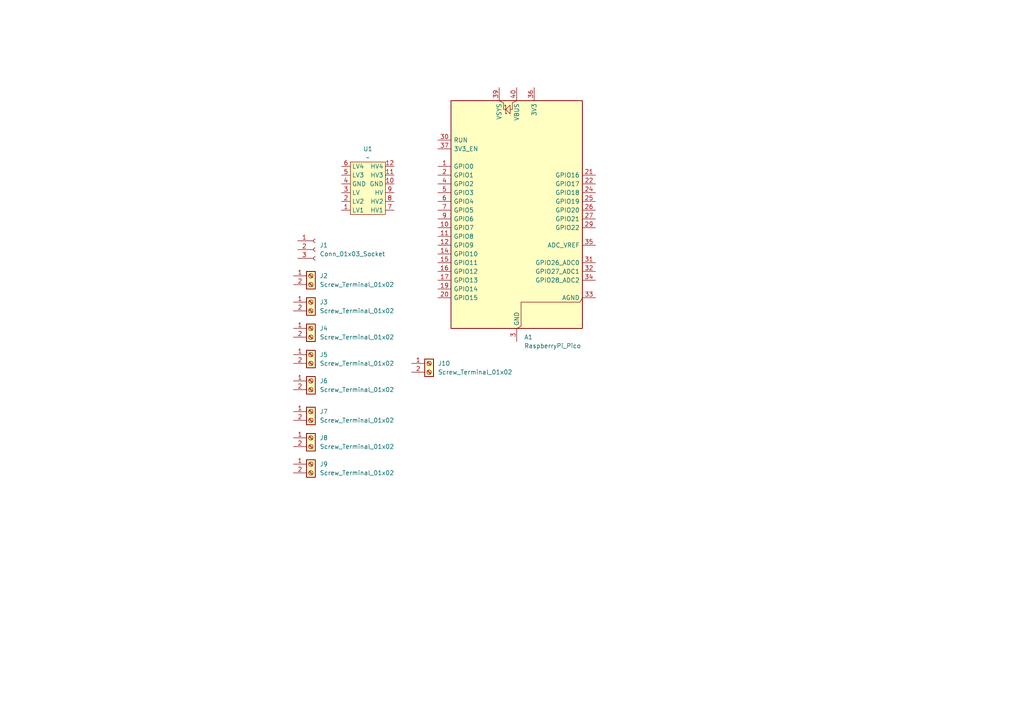
<source format=kicad_sch>
(kicad_sch
	(version 20250114)
	(generator "eeschema")
	(generator_version "9.0")
	(uuid "00fbb397-187f-478c-8d5a-2c59a7097aab")
	(paper "A4")
	(lib_symbols
		(symbol "Connector:Conn_01x03_Socket"
			(pin_names
				(offset 1.016)
				(hide yes)
			)
			(exclude_from_sim no)
			(in_bom yes)
			(on_board yes)
			(property "Reference" "J"
				(at 0 5.08 0)
				(effects
					(font
						(size 1.27 1.27)
					)
				)
			)
			(property "Value" "Conn_01x03_Socket"
				(at 0 -5.08 0)
				(effects
					(font
						(size 1.27 1.27)
					)
				)
			)
			(property "Footprint" ""
				(at 0 0 0)
				(effects
					(font
						(size 1.27 1.27)
					)
					(hide yes)
				)
			)
			(property "Datasheet" "~"
				(at 0 0 0)
				(effects
					(font
						(size 1.27 1.27)
					)
					(hide yes)
				)
			)
			(property "Description" "Generic connector, single row, 01x03, script generated"
				(at 0 0 0)
				(effects
					(font
						(size 1.27 1.27)
					)
					(hide yes)
				)
			)
			(property "ki_locked" ""
				(at 0 0 0)
				(effects
					(font
						(size 1.27 1.27)
					)
				)
			)
			(property "ki_keywords" "connector"
				(at 0 0 0)
				(effects
					(font
						(size 1.27 1.27)
					)
					(hide yes)
				)
			)
			(property "ki_fp_filters" "Connector*:*_1x??_*"
				(at 0 0 0)
				(effects
					(font
						(size 1.27 1.27)
					)
					(hide yes)
				)
			)
			(symbol "Conn_01x03_Socket_1_1"
				(polyline
					(pts
						(xy -1.27 2.54) (xy -0.508 2.54)
					)
					(stroke
						(width 0.1524)
						(type default)
					)
					(fill
						(type none)
					)
				)
				(polyline
					(pts
						(xy -1.27 0) (xy -0.508 0)
					)
					(stroke
						(width 0.1524)
						(type default)
					)
					(fill
						(type none)
					)
				)
				(polyline
					(pts
						(xy -1.27 -2.54) (xy -0.508 -2.54)
					)
					(stroke
						(width 0.1524)
						(type default)
					)
					(fill
						(type none)
					)
				)
				(arc
					(start 0 2.032)
					(mid -0.5058 2.54)
					(end 0 3.048)
					(stroke
						(width 0.1524)
						(type default)
					)
					(fill
						(type none)
					)
				)
				(arc
					(start 0 -0.508)
					(mid -0.5058 0)
					(end 0 0.508)
					(stroke
						(width 0.1524)
						(type default)
					)
					(fill
						(type none)
					)
				)
				(arc
					(start 0 -3.048)
					(mid -0.5058 -2.54)
					(end 0 -2.032)
					(stroke
						(width 0.1524)
						(type default)
					)
					(fill
						(type none)
					)
				)
				(pin passive line
					(at -5.08 2.54 0)
					(length 3.81)
					(name "Pin_1"
						(effects
							(font
								(size 1.27 1.27)
							)
						)
					)
					(number "1"
						(effects
							(font
								(size 1.27 1.27)
							)
						)
					)
				)
				(pin passive line
					(at -5.08 0 0)
					(length 3.81)
					(name "Pin_2"
						(effects
							(font
								(size 1.27 1.27)
							)
						)
					)
					(number "2"
						(effects
							(font
								(size 1.27 1.27)
							)
						)
					)
				)
				(pin passive line
					(at -5.08 -2.54 0)
					(length 3.81)
					(name "Pin_3"
						(effects
							(font
								(size 1.27 1.27)
							)
						)
					)
					(number "3"
						(effects
							(font
								(size 1.27 1.27)
							)
						)
					)
				)
			)
			(embedded_fonts no)
		)
		(symbol "Connector:Screw_Terminal_01x02"
			(pin_names
				(offset 1.016)
				(hide yes)
			)
			(exclude_from_sim no)
			(in_bom yes)
			(on_board yes)
			(property "Reference" "J"
				(at 0 2.54 0)
				(effects
					(font
						(size 1.27 1.27)
					)
				)
			)
			(property "Value" "Screw_Terminal_01x02"
				(at 0 -5.08 0)
				(effects
					(font
						(size 1.27 1.27)
					)
				)
			)
			(property "Footprint" ""
				(at 0 0 0)
				(effects
					(font
						(size 1.27 1.27)
					)
					(hide yes)
				)
			)
			(property "Datasheet" "~"
				(at 0 0 0)
				(effects
					(font
						(size 1.27 1.27)
					)
					(hide yes)
				)
			)
			(property "Description" "Generic screw terminal, single row, 01x02, script generated (kicad-library-utils/schlib/autogen/connector/)"
				(at 0 0 0)
				(effects
					(font
						(size 1.27 1.27)
					)
					(hide yes)
				)
			)
			(property "ki_keywords" "screw terminal"
				(at 0 0 0)
				(effects
					(font
						(size 1.27 1.27)
					)
					(hide yes)
				)
			)
			(property "ki_fp_filters" "TerminalBlock*:*"
				(at 0 0 0)
				(effects
					(font
						(size 1.27 1.27)
					)
					(hide yes)
				)
			)
			(symbol "Screw_Terminal_01x02_1_1"
				(rectangle
					(start -1.27 1.27)
					(end 1.27 -3.81)
					(stroke
						(width 0.254)
						(type default)
					)
					(fill
						(type background)
					)
				)
				(polyline
					(pts
						(xy -0.5334 0.3302) (xy 0.3302 -0.508)
					)
					(stroke
						(width 0.1524)
						(type default)
					)
					(fill
						(type none)
					)
				)
				(polyline
					(pts
						(xy -0.5334 -2.2098) (xy 0.3302 -3.048)
					)
					(stroke
						(width 0.1524)
						(type default)
					)
					(fill
						(type none)
					)
				)
				(polyline
					(pts
						(xy -0.3556 0.508) (xy 0.508 -0.3302)
					)
					(stroke
						(width 0.1524)
						(type default)
					)
					(fill
						(type none)
					)
				)
				(polyline
					(pts
						(xy -0.3556 -2.032) (xy 0.508 -2.8702)
					)
					(stroke
						(width 0.1524)
						(type default)
					)
					(fill
						(type none)
					)
				)
				(circle
					(center 0 0)
					(radius 0.635)
					(stroke
						(width 0.1524)
						(type default)
					)
					(fill
						(type none)
					)
				)
				(circle
					(center 0 -2.54)
					(radius 0.635)
					(stroke
						(width 0.1524)
						(type default)
					)
					(fill
						(type none)
					)
				)
				(pin passive line
					(at -5.08 0 0)
					(length 3.81)
					(name "Pin_1"
						(effects
							(font
								(size 1.27 1.27)
							)
						)
					)
					(number "1"
						(effects
							(font
								(size 1.27 1.27)
							)
						)
					)
				)
				(pin passive line
					(at -5.08 -2.54 0)
					(length 3.81)
					(name "Pin_2"
						(effects
							(font
								(size 1.27 1.27)
							)
						)
					)
					(number "2"
						(effects
							(font
								(size 1.27 1.27)
							)
						)
					)
				)
			)
			(embedded_fonts no)
		)
		(symbol "Custom_Symbol_Library:Logic_Shifter"
			(exclude_from_sim no)
			(in_bom yes)
			(on_board yes)
			(property "Reference" "U"
				(at -7.62 14.986 0)
				(effects
					(font
						(size 1.27 1.27)
					)
				)
			)
			(property "Value" ""
				(at 0 0 0)
				(effects
					(font
						(size 1.27 1.27)
					)
				)
			)
			(property "Footprint" ""
				(at 0 0 0)
				(effects
					(font
						(size 1.27 1.27)
					)
					(hide yes)
				)
			)
			(property "Datasheet" ""
				(at 0 0 0)
				(effects
					(font
						(size 1.27 1.27)
					)
					(hide yes)
				)
			)
			(property "Description" ""
				(at 0 0 0)
				(effects
					(font
						(size 1.27 1.27)
					)
					(hide yes)
				)
			)
			(symbol "Logic_Shifter_0_0"
				(pin unspecified line
					(at -15.24 12.7 0)
					(length 2.54)
					(name "LV4"
						(effects
							(font
								(size 1.27 1.27)
							)
						)
					)
					(number "6"
						(effects
							(font
								(size 1.27 1.27)
							)
						)
					)
				)
				(pin unspecified line
					(at -15.24 10.16 0)
					(length 2.54)
					(name "LV3"
						(effects
							(font
								(size 1.27 1.27)
							)
						)
					)
					(number "5"
						(effects
							(font
								(size 1.27 1.27)
							)
						)
					)
				)
				(pin unspecified line
					(at -15.24 7.62 0)
					(length 2.54)
					(name "GND"
						(effects
							(font
								(size 1.27 1.27)
							)
						)
					)
					(number "4"
						(effects
							(font
								(size 1.27 1.27)
							)
						)
					)
				)
				(pin unspecified line
					(at -15.24 5.08 0)
					(length 2.54)
					(name "LV"
						(effects
							(font
								(size 1.27 1.27)
							)
						)
					)
					(number "3"
						(effects
							(font
								(size 1.27 1.27)
							)
						)
					)
				)
				(pin unspecified line
					(at -15.24 2.54 0)
					(length 2.54)
					(name "LV2"
						(effects
							(font
								(size 1.27 1.27)
							)
						)
					)
					(number "2"
						(effects
							(font
								(size 1.27 1.27)
							)
						)
					)
				)
				(pin unspecified line
					(at -15.24 0 0)
					(length 2.54)
					(name "LV1"
						(effects
							(font
								(size 1.27 1.27)
							)
						)
					)
					(number "1"
						(effects
							(font
								(size 1.27 1.27)
							)
						)
					)
				)
				(pin unspecified line
					(at 0 12.7 180)
					(length 2.54)
					(name "HV4"
						(effects
							(font
								(size 1.27 1.27)
							)
						)
					)
					(number "12"
						(effects
							(font
								(size 1.27 1.27)
							)
						)
					)
				)
				(pin unspecified line
					(at 0 10.16 180)
					(length 2.54)
					(name "HV3"
						(effects
							(font
								(size 1.27 1.27)
							)
						)
					)
					(number "11"
						(effects
							(font
								(size 1.27 1.27)
							)
						)
					)
				)
				(pin unspecified line
					(at 0 7.62 180)
					(length 2.54)
					(name "GND"
						(effects
							(font
								(size 1.27 1.27)
							)
						)
					)
					(number "10"
						(effects
							(font
								(size 1.27 1.27)
							)
						)
					)
				)
				(pin unspecified line
					(at 0 5.08 180)
					(length 2.54)
					(name "HV"
						(effects
							(font
								(size 1.27 1.27)
							)
						)
					)
					(number "9"
						(effects
							(font
								(size 1.27 1.27)
							)
						)
					)
				)
				(pin unspecified line
					(at 0 2.54 180)
					(length 2.54)
					(name "HV2"
						(effects
							(font
								(size 1.27 1.27)
							)
						)
					)
					(number "8"
						(effects
							(font
								(size 1.27 1.27)
							)
						)
					)
				)
				(pin unspecified line
					(at 0 0 180)
					(length 2.54)
					(name "HV1"
						(effects
							(font
								(size 1.27 1.27)
							)
						)
					)
					(number "7"
						(effects
							(font
								(size 1.27 1.27)
							)
						)
					)
				)
			)
			(symbol "Logic_Shifter_0_1"
				(rectangle
					(start -12.7 13.97)
					(end -2.54 -1.27)
					(stroke
						(width 0)
						(type default)
					)
					(fill
						(type background)
					)
				)
			)
			(embedded_fonts no)
		)
		(symbol "MCU_Module:RaspberryPi_Pico"
			(pin_names
				(offset 0.762)
			)
			(exclude_from_sim no)
			(in_bom yes)
			(on_board yes)
			(property "Reference" "A"
				(at -19.05 35.56 0)
				(effects
					(font
						(size 1.27 1.27)
					)
					(justify left)
				)
			)
			(property "Value" "RaspberryPi_Pico"
				(at 7.62 35.56 0)
				(effects
					(font
						(size 1.27 1.27)
					)
					(justify left)
				)
			)
			(property "Footprint" "Module:RaspberryPi_Pico_Common_Unspecified"
				(at 0 -46.99 0)
				(effects
					(font
						(size 1.27 1.27)
					)
					(hide yes)
				)
			)
			(property "Datasheet" "https://datasheets.raspberrypi.com/pico/pico-datasheet.pdf"
				(at 0 -49.53 0)
				(effects
					(font
						(size 1.27 1.27)
					)
					(hide yes)
				)
			)
			(property "Description" "Versatile and inexpensive microcontroller module powered by RP2040 dual-core Arm Cortex-M0+ processor up to 133 MHz, 264kB SRAM, 2MB QSPI flash; also supports Raspberry Pi Pico 2"
				(at 0 -52.07 0)
				(effects
					(font
						(size 1.27 1.27)
					)
					(hide yes)
				)
			)
			(property "ki_keywords" "RP2350A M33 RISC-V Hazard3 usb"
				(at 0 0 0)
				(effects
					(font
						(size 1.27 1.27)
					)
					(hide yes)
				)
			)
			(property "ki_fp_filters" "RaspberryPi?Pico?Common* RaspberryPi?Pico?SMD*"
				(at 0 0 0)
				(effects
					(font
						(size 1.27 1.27)
					)
					(hide yes)
				)
			)
			(symbol "RaspberryPi_Pico_0_1"
				(rectangle
					(start -19.05 34.29)
					(end 19.05 -31.75)
					(stroke
						(width 0.254)
						(type default)
					)
					(fill
						(type background)
					)
				)
				(polyline
					(pts
						(xy -5.08 34.29) (xy -3.81 33.655) (xy -3.81 31.75) (xy -3.175 31.75)
					)
					(stroke
						(width 0)
						(type default)
					)
					(fill
						(type none)
					)
				)
				(polyline
					(pts
						(xy -3.429 32.766) (xy -3.429 33.02) (xy -3.175 33.02) (xy -3.175 30.48) (xy -2.921 30.48) (xy -2.921 30.734)
					)
					(stroke
						(width 0)
						(type default)
					)
					(fill
						(type none)
					)
				)
				(polyline
					(pts
						(xy -3.175 31.75) (xy -1.905 33.02) (xy -1.905 30.48) (xy -3.175 31.75)
					)
					(stroke
						(width 0)
						(type default)
					)
					(fill
						(type none)
					)
				)
				(polyline
					(pts
						(xy 0 34.29) (xy -1.27 33.655) (xy -1.27 31.75) (xy -1.905 31.75)
					)
					(stroke
						(width 0)
						(type default)
					)
					(fill
						(type none)
					)
				)
				(polyline
					(pts
						(xy 0 -31.75) (xy 1.27 -31.115) (xy 1.27 -24.13) (xy 18.415 -24.13) (xy 19.05 -22.86)
					)
					(stroke
						(width 0)
						(type default)
					)
					(fill
						(type none)
					)
				)
			)
			(symbol "RaspberryPi_Pico_1_1"
				(pin passive line
					(at -22.86 22.86 0)
					(length 3.81)
					(name "RUN"
						(effects
							(font
								(size 1.27 1.27)
							)
						)
					)
					(number "30"
						(effects
							(font
								(size 1.27 1.27)
							)
						)
					)
					(alternate "~{RESET}" passive line)
				)
				(pin passive line
					(at -22.86 20.32 0)
					(length 3.81)
					(name "3V3_EN"
						(effects
							(font
								(size 1.27 1.27)
							)
						)
					)
					(number "37"
						(effects
							(font
								(size 1.27 1.27)
							)
						)
					)
					(alternate "~{3V3_DISABLE}" passive line)
				)
				(pin bidirectional line
					(at -22.86 15.24 0)
					(length 3.81)
					(name "GPIO0"
						(effects
							(font
								(size 1.27 1.27)
							)
						)
					)
					(number "1"
						(effects
							(font
								(size 1.27 1.27)
							)
						)
					)
					(alternate "I2C0_SDA" bidirectional line)
					(alternate "PWM0_A" output line)
					(alternate "SPI0_RX" input line)
					(alternate "UART0_TX" output line)
					(alternate "USB_OVCUR_DET" input line)
				)
				(pin bidirectional line
					(at -22.86 12.7 0)
					(length 3.81)
					(name "GPIO1"
						(effects
							(font
								(size 1.27 1.27)
							)
						)
					)
					(number "2"
						(effects
							(font
								(size 1.27 1.27)
							)
						)
					)
					(alternate "I2C0_SCL" bidirectional clock)
					(alternate "PWM0_B" bidirectional line)
					(alternate "UART0_RX" input line)
					(alternate "USB_VBUS_DET" passive line)
					(alternate "~{SPI0_CSn}" bidirectional line)
				)
				(pin bidirectional line
					(at -22.86 10.16 0)
					(length 3.81)
					(name "GPIO2"
						(effects
							(font
								(size 1.27 1.27)
							)
						)
					)
					(number "4"
						(effects
							(font
								(size 1.27 1.27)
							)
						)
					)
					(alternate "I2C1_SDA" bidirectional line)
					(alternate "PWM1_A" output line)
					(alternate "SPI0_SCK" bidirectional clock)
					(alternate "UART0_CTS" input line)
					(alternate "USB_VBUS_EN" output line)
				)
				(pin bidirectional line
					(at -22.86 7.62 0)
					(length 3.81)
					(name "GPIO3"
						(effects
							(font
								(size 1.27 1.27)
							)
						)
					)
					(number "5"
						(effects
							(font
								(size 1.27 1.27)
							)
						)
					)
					(alternate "I2C1_SCL" bidirectional clock)
					(alternate "PWM1_B" bidirectional line)
					(alternate "SPI0_TX" output line)
					(alternate "UART0_RTS" output line)
					(alternate "USB_OVCUR_DET" input line)
				)
				(pin bidirectional line
					(at -22.86 5.08 0)
					(length 3.81)
					(name "GPIO4"
						(effects
							(font
								(size 1.27 1.27)
							)
						)
					)
					(number "6"
						(effects
							(font
								(size 1.27 1.27)
							)
						)
					)
					(alternate "I2C0_SDA" bidirectional line)
					(alternate "PWM2_A" output line)
					(alternate "SPI0_RX" input line)
					(alternate "UART1_TX" output line)
					(alternate "USB_VBUS_DET" input line)
				)
				(pin bidirectional line
					(at -22.86 2.54 0)
					(length 3.81)
					(name "GPIO5"
						(effects
							(font
								(size 1.27 1.27)
							)
						)
					)
					(number "7"
						(effects
							(font
								(size 1.27 1.27)
							)
						)
					)
					(alternate "I2C0_SCL" bidirectional clock)
					(alternate "PWM2_B" bidirectional line)
					(alternate "UART1_RX" input line)
					(alternate "USB_VBUS_EN" output line)
					(alternate "~{SPI0_CSn}" bidirectional line)
				)
				(pin bidirectional line
					(at -22.86 0 0)
					(length 3.81)
					(name "GPIO6"
						(effects
							(font
								(size 1.27 1.27)
							)
						)
					)
					(number "9"
						(effects
							(font
								(size 1.27 1.27)
							)
						)
					)
					(alternate "I2C1_SDA" bidirectional line)
					(alternate "PWM3_A" output line)
					(alternate "SPI0_SCK" bidirectional clock)
					(alternate "UART1_CTS" input line)
					(alternate "USB_OVCUR_DET" input line)
				)
				(pin bidirectional line
					(at -22.86 -2.54 0)
					(length 3.81)
					(name "GPIO7"
						(effects
							(font
								(size 1.27 1.27)
							)
						)
					)
					(number "10"
						(effects
							(font
								(size 1.27 1.27)
							)
						)
					)
					(alternate "I2C1_SCL" bidirectional clock)
					(alternate "PWM3_B" bidirectional line)
					(alternate "SPI0_TX" output line)
					(alternate "UART1_RTS" output line)
					(alternate "USB_VBUS_DET" input line)
				)
				(pin bidirectional line
					(at -22.86 -5.08 0)
					(length 3.81)
					(name "GPIO8"
						(effects
							(font
								(size 1.27 1.27)
							)
						)
					)
					(number "11"
						(effects
							(font
								(size 1.27 1.27)
							)
						)
					)
					(alternate "I2C0_SDA" bidirectional line)
					(alternate "PWM4_A" output line)
					(alternate "SPI1_RX" input line)
					(alternate "UART1_TX" output line)
					(alternate "USB_VBUS_EN" output line)
				)
				(pin bidirectional line
					(at -22.86 -7.62 0)
					(length 3.81)
					(name "GPIO9"
						(effects
							(font
								(size 1.27 1.27)
							)
						)
					)
					(number "12"
						(effects
							(font
								(size 1.27 1.27)
							)
						)
					)
					(alternate "I2C0_SCL" bidirectional clock)
					(alternate "PWM4_B" bidirectional line)
					(alternate "UART1_RX" input line)
					(alternate "USB_OVCUR_DET" input line)
					(alternate "~{SPI1_CSn}" bidirectional line)
				)
				(pin bidirectional line
					(at -22.86 -10.16 0)
					(length 3.81)
					(name "GPIO10"
						(effects
							(font
								(size 1.27 1.27)
							)
						)
					)
					(number "14"
						(effects
							(font
								(size 1.27 1.27)
							)
						)
					)
					(alternate "I2C1_SDA" bidirectional line)
					(alternate "PWM5_A" output line)
					(alternate "SPI1_SCK" bidirectional clock)
					(alternate "UART1_CTS" input line)
					(alternate "USB_VBUS_DET" input line)
				)
				(pin bidirectional line
					(at -22.86 -12.7 0)
					(length 3.81)
					(name "GPIO11"
						(effects
							(font
								(size 1.27 1.27)
							)
						)
					)
					(number "15"
						(effects
							(font
								(size 1.27 1.27)
							)
						)
					)
					(alternate "I2C1_SCL" bidirectional clock)
					(alternate "PWM5_B" bidirectional line)
					(alternate "SPI1_TX" output line)
					(alternate "UART1_RTS" output line)
					(alternate "USB_VBUS_EN" output line)
				)
				(pin bidirectional line
					(at -22.86 -15.24 0)
					(length 3.81)
					(name "GPIO12"
						(effects
							(font
								(size 1.27 1.27)
							)
						)
					)
					(number "16"
						(effects
							(font
								(size 1.27 1.27)
							)
						)
					)
					(alternate "I2C0_SDA" bidirectional line)
					(alternate "PWM6_A" output line)
					(alternate "SPI1_RX" input line)
					(alternate "UART0_TX" output line)
					(alternate "USB_OVCUR_DET" input line)
				)
				(pin bidirectional line
					(at -22.86 -17.78 0)
					(length 3.81)
					(name "GPIO13"
						(effects
							(font
								(size 1.27 1.27)
							)
						)
					)
					(number "17"
						(effects
							(font
								(size 1.27 1.27)
							)
						)
					)
					(alternate "I2C0_SCL" bidirectional clock)
					(alternate "PWM6_B" bidirectional line)
					(alternate "UART0_RX" input line)
					(alternate "USB_VBUS_DET" input line)
					(alternate "~{SPI1_CSn}" bidirectional line)
				)
				(pin bidirectional line
					(at -22.86 -20.32 0)
					(length 3.81)
					(name "GPIO14"
						(effects
							(font
								(size 1.27 1.27)
							)
						)
					)
					(number "19"
						(effects
							(font
								(size 1.27 1.27)
							)
						)
					)
					(alternate "I2C1_SDA" bidirectional line)
					(alternate "PWM7_A" output line)
					(alternate "SPI1_SCK" bidirectional clock)
					(alternate "UART0_CTS" input line)
					(alternate "USB_VBUS_EN" output line)
				)
				(pin bidirectional line
					(at -22.86 -22.86 0)
					(length 3.81)
					(name "GPIO15"
						(effects
							(font
								(size 1.27 1.27)
							)
						)
					)
					(number "20"
						(effects
							(font
								(size 1.27 1.27)
							)
						)
					)
					(alternate "I2C1_SCL" bidirectional clock)
					(alternate "PWM7_B" bidirectional line)
					(alternate "SPI1_TX" output line)
					(alternate "UART0_RTS" output line)
					(alternate "USB_OVCUR_DET" input line)
				)
				(pin power_in line
					(at -5.08 38.1 270)
					(length 3.81)
					(name "VSYS"
						(effects
							(font
								(size 1.27 1.27)
							)
						)
					)
					(number "39"
						(effects
							(font
								(size 1.27 1.27)
							)
						)
					)
					(alternate "VSYS_OUT" power_out line)
				)
				(pin power_out line
					(at 0 38.1 270)
					(length 3.81)
					(name "VBUS"
						(effects
							(font
								(size 1.27 1.27)
							)
						)
					)
					(number "40"
						(effects
							(font
								(size 1.27 1.27)
							)
						)
					)
					(alternate "VBUS_IN" power_in line)
				)
				(pin passive line
					(at 0 -35.56 90)
					(length 3.81)
					(hide yes)
					(name "GND"
						(effects
							(font
								(size 1.27 1.27)
							)
						)
					)
					(number "13"
						(effects
							(font
								(size 1.27 1.27)
							)
						)
					)
				)
				(pin passive line
					(at 0 -35.56 90)
					(length 3.81)
					(hide yes)
					(name "GND"
						(effects
							(font
								(size 1.27 1.27)
							)
						)
					)
					(number "18"
						(effects
							(font
								(size 1.27 1.27)
							)
						)
					)
				)
				(pin passive line
					(at 0 -35.56 90)
					(length 3.81)
					(hide yes)
					(name "GND"
						(effects
							(font
								(size 1.27 1.27)
							)
						)
					)
					(number "23"
						(effects
							(font
								(size 1.27 1.27)
							)
						)
					)
				)
				(pin passive line
					(at 0 -35.56 90)
					(length 3.81)
					(hide yes)
					(name "GND"
						(effects
							(font
								(size 1.27 1.27)
							)
						)
					)
					(number "28"
						(effects
							(font
								(size 1.27 1.27)
							)
						)
					)
				)
				(pin power_out line
					(at 0 -35.56 90)
					(length 3.81)
					(name "GND"
						(effects
							(font
								(size 1.27 1.27)
							)
						)
					)
					(number "3"
						(effects
							(font
								(size 1.27 1.27)
							)
						)
					)
					(alternate "GND_IN" power_in line)
				)
				(pin passive line
					(at 0 -35.56 90)
					(length 3.81)
					(hide yes)
					(name "GND"
						(effects
							(font
								(size 1.27 1.27)
							)
						)
					)
					(number "38"
						(effects
							(font
								(size 1.27 1.27)
							)
						)
					)
				)
				(pin passive line
					(at 0 -35.56 90)
					(length 3.81)
					(hide yes)
					(name "GND"
						(effects
							(font
								(size 1.27 1.27)
							)
						)
					)
					(number "8"
						(effects
							(font
								(size 1.27 1.27)
							)
						)
					)
				)
				(pin power_out line
					(at 5.08 38.1 270)
					(length 3.81)
					(name "3V3"
						(effects
							(font
								(size 1.27 1.27)
							)
						)
					)
					(number "36"
						(effects
							(font
								(size 1.27 1.27)
							)
						)
					)
				)
				(pin bidirectional line
					(at 22.86 12.7 180)
					(length 3.81)
					(name "GPIO16"
						(effects
							(font
								(size 1.27 1.27)
							)
						)
					)
					(number "21"
						(effects
							(font
								(size 1.27 1.27)
							)
						)
					)
					(alternate "I2C0_SDA" bidirectional line)
					(alternate "PWM0_A" output line)
					(alternate "SPI0_RX" input line)
					(alternate "UART0_TX" output line)
					(alternate "USB_VBUS_DET" input line)
				)
				(pin bidirectional line
					(at 22.86 10.16 180)
					(length 3.81)
					(name "GPIO17"
						(effects
							(font
								(size 1.27 1.27)
							)
						)
					)
					(number "22"
						(effects
							(font
								(size 1.27 1.27)
							)
						)
					)
					(alternate "I2C0_SCL" bidirectional clock)
					(alternate "PWM0_B" bidirectional line)
					(alternate "UART0_RX" input line)
					(alternate "USB_VBUS_EN" output line)
					(alternate "~{SPI0_CSn}" bidirectional line)
				)
				(pin bidirectional line
					(at 22.86 7.62 180)
					(length 3.81)
					(name "GPIO18"
						(effects
							(font
								(size 1.27 1.27)
							)
						)
					)
					(number "24"
						(effects
							(font
								(size 1.27 1.27)
							)
						)
					)
					(alternate "I2C1_SDA" bidirectional line)
					(alternate "PWM1_A" output line)
					(alternate "SPI0_SCK" bidirectional clock)
					(alternate "UART0_CTS" input line)
					(alternate "USB_OVCUR_DET" input line)
				)
				(pin bidirectional line
					(at 22.86 5.08 180)
					(length 3.81)
					(name "GPIO19"
						(effects
							(font
								(size 1.27 1.27)
							)
						)
					)
					(number "25"
						(effects
							(font
								(size 1.27 1.27)
							)
						)
					)
					(alternate "I2C1_SCL" bidirectional clock)
					(alternate "PWM1_B" bidirectional line)
					(alternate "SPI0_TX" output line)
					(alternate "UART0_RTS" output line)
					(alternate "USB_VBUS_DET" input line)
				)
				(pin bidirectional line
					(at 22.86 2.54 180)
					(length 3.81)
					(name "GPIO20"
						(effects
							(font
								(size 1.27 1.27)
							)
						)
					)
					(number "26"
						(effects
							(font
								(size 1.27 1.27)
							)
						)
					)
					(alternate "CLOCK_GPIN0" input clock)
					(alternate "I2C0_SDA" bidirectional line)
					(alternate "PWM2_A" output line)
					(alternate "SPI0_RX" input line)
					(alternate "UART1_TX" output line)
					(alternate "USB_VBUS_EN" output line)
				)
				(pin bidirectional line
					(at 22.86 0 180)
					(length 3.81)
					(name "GPIO21"
						(effects
							(font
								(size 1.27 1.27)
							)
						)
					)
					(number "27"
						(effects
							(font
								(size 1.27 1.27)
							)
						)
					)
					(alternate "CLOCK_GPOUT0" output clock)
					(alternate "I2C0_SCL" bidirectional clock)
					(alternate "PWM2_B" bidirectional line)
					(alternate "UART1_RX" input line)
					(alternate "USB_OVCUR_DET" input line)
					(alternate "~{SPI0_CSn}" bidirectional line)
				)
				(pin bidirectional line
					(at 22.86 -2.54 180)
					(length 3.81)
					(name "GPIO22"
						(effects
							(font
								(size 1.27 1.27)
							)
						)
					)
					(number "29"
						(effects
							(font
								(size 1.27 1.27)
							)
						)
					)
					(alternate "CLOCK_GPIN1" input clock)
					(alternate "I2C1_SDA" bidirectional line)
					(alternate "PWM3_A" output line)
					(alternate "SPI0_SCK" bidirectional clock)
					(alternate "UART1_CTS" input line)
					(alternate "USB_VBUS_DET" input line)
				)
				(pin power_in line
					(at 22.86 -7.62 180)
					(length 3.81)
					(name "ADC_VREF"
						(effects
							(font
								(size 1.27 1.27)
							)
						)
					)
					(number "35"
						(effects
							(font
								(size 1.27 1.27)
							)
						)
					)
				)
				(pin bidirectional line
					(at 22.86 -12.7 180)
					(length 3.81)
					(name "GPIO26_ADC0"
						(effects
							(font
								(size 1.27 1.27)
							)
						)
					)
					(number "31"
						(effects
							(font
								(size 1.27 1.27)
							)
						)
					)
					(alternate "ADC0" input line)
					(alternate "GPIO26" bidirectional line)
					(alternate "I2C1_SDA" bidirectional line)
					(alternate "PWM5_A" output line)
					(alternate "SPI1_SCK" bidirectional clock)
					(alternate "UART1_CTS" input line)
					(alternate "USB_VBUS_EN" output line)
				)
				(pin bidirectional line
					(at 22.86 -15.24 180)
					(length 3.81)
					(name "GPIO27_ADC1"
						(effects
							(font
								(size 1.27 1.27)
							)
						)
					)
					(number "32"
						(effects
							(font
								(size 1.27 1.27)
							)
						)
					)
					(alternate "ADC1" input line)
					(alternate "GPIO27" bidirectional line)
					(alternate "I2C1_SCL" bidirectional clock)
					(alternate "PWM5_B" bidirectional line)
					(alternate "SPI1_TX" output line)
					(alternate "UART1_RTS" output line)
					(alternate "USB_OVCUR_DET" input line)
				)
				(pin bidirectional line
					(at 22.86 -17.78 180)
					(length 3.81)
					(name "GPIO28_ADC2"
						(effects
							(font
								(size 1.27 1.27)
							)
						)
					)
					(number "34"
						(effects
							(font
								(size 1.27 1.27)
							)
						)
					)
					(alternate "ADC2" input line)
					(alternate "GPIO28" bidirectional line)
					(alternate "I2C0_SDA" bidirectional line)
					(alternate "PWM6_A" output line)
					(alternate "SPI1_RX" input line)
					(alternate "UART0_TX" output line)
					(alternate "USB_VBUS_DET" input line)
				)
				(pin power_out line
					(at 22.86 -22.86 180)
					(length 3.81)
					(name "AGND"
						(effects
							(font
								(size 1.27 1.27)
							)
						)
					)
					(number "33"
						(effects
							(font
								(size 1.27 1.27)
							)
						)
					)
					(alternate "GND" passive line)
				)
			)
			(embedded_fonts no)
		)
	)
	(symbol
		(lib_id "Custom_Symbol_Library:Logic_Shifter")
		(at 114.3 60.96 0)
		(unit 1)
		(exclude_from_sim no)
		(in_bom yes)
		(on_board yes)
		(dnp no)
		(fields_autoplaced yes)
		(uuid "0757f0b0-a82f-4f65-9808-3772cdaa6073")
		(property "Reference" "U1"
			(at 106.68 43.18 0)
			(effects
				(font
					(size 1.27 1.27)
				)
			)
		)
		(property "Value" "~"
			(at 106.68 45.72 0)
			(effects
				(font
					(size 1.27 1.27)
				)
			)
		)
		(property "Footprint" ""
			(at 114.3 60.96 0)
			(effects
				(font
					(size 1.27 1.27)
				)
				(hide yes)
			)
		)
		(property "Datasheet" ""
			(at 114.3 60.96 0)
			(effects
				(font
					(size 1.27 1.27)
				)
				(hide yes)
			)
		)
		(property "Description" ""
			(at 114.3 60.96 0)
			(effects
				(font
					(size 1.27 1.27)
				)
				(hide yes)
			)
		)
		(pin "3"
			(uuid "37ae91ee-b4f9-4d7f-96c5-8021b0812813")
		)
		(pin "7"
			(uuid "2901c5ef-e22f-4986-9394-d4d1974f0fc7")
		)
		(pin "1"
			(uuid "2fe41e40-c8f7-4977-9844-85e6d4863b62")
		)
		(pin "6"
			(uuid "66308a03-5bf4-4b51-86d1-35e7ec67dab0")
		)
		(pin "5"
			(uuid "4c8cbb25-e95a-4640-93f7-65478872ca2d")
		)
		(pin "8"
			(uuid "26bf382d-ee82-4296-a9b3-9a7dcc14f31d")
		)
		(pin "11"
			(uuid "5723f11f-f8ec-4b2b-9d1c-5c87e9e5db24")
		)
		(pin "10"
			(uuid "ed129abb-6b12-458d-a605-7368f4b77ffa")
		)
		(pin "4"
			(uuid "c33206d9-0513-4fdf-a76c-07e270eb8c57")
		)
		(pin "12"
			(uuid "82944a74-3a35-451b-904b-21630cf6a7ee")
		)
		(pin "9"
			(uuid "29617cba-a5b1-44bc-98b8-d1b25c1aad0d")
		)
		(pin "2"
			(uuid "29468a91-ee05-4f7d-9244-fee1d6a7687c")
		)
		(instances
			(project ""
				(path "/00fbb397-187f-478c-8d5a-2c59a7097aab"
					(reference "U1")
					(unit 1)
				)
			)
		)
	)
	(symbol
		(lib_id "Connector:Screw_Terminal_01x02")
		(at 124.46 105.41 0)
		(unit 1)
		(exclude_from_sim no)
		(in_bom yes)
		(on_board yes)
		(dnp no)
		(fields_autoplaced yes)
		(uuid "104f81f7-8ad2-4bdf-99c5-497defe5381c")
		(property "Reference" "J10"
			(at 127 105.4099 0)
			(effects
				(font
					(size 1.27 1.27)
				)
				(justify left)
			)
		)
		(property "Value" "Screw_Terminal_01x02"
			(at 127 107.9499 0)
			(effects
				(font
					(size 1.27 1.27)
				)
				(justify left)
			)
		)
		(property "Footprint" "TerminalBlock_4Ucon:TerminalBlock_4Ucon_1x02_P3.50mm_Vertical"
			(at 124.46 105.41 0)
			(effects
				(font
					(size 1.27 1.27)
				)
				(hide yes)
			)
		)
		(property "Datasheet" "~"
			(at 124.46 105.41 0)
			(effects
				(font
					(size 1.27 1.27)
				)
				(hide yes)
			)
		)
		(property "Description" "Generic screw terminal, single row, 01x02, script generated (kicad-library-utils/schlib/autogen/connector/)"
			(at 124.46 105.41 0)
			(effects
				(font
					(size 1.27 1.27)
				)
				(hide yes)
			)
		)
		(pin "2"
			(uuid "744d9bc0-4d6b-48c6-a274-67248aa3b38f")
		)
		(pin "1"
			(uuid "86fdca23-ade1-4386-a4e1-18ca9db27c85")
		)
		(instances
			(project "Motherboard"
				(path "/00fbb397-187f-478c-8d5a-2c59a7097aab"
					(reference "J10")
					(unit 1)
				)
			)
		)
	)
	(symbol
		(lib_id "Connector:Screw_Terminal_01x02")
		(at 90.17 127 0)
		(unit 1)
		(exclude_from_sim no)
		(in_bom yes)
		(on_board yes)
		(dnp no)
		(fields_autoplaced yes)
		(uuid "217d877a-e2cf-4abc-a08a-65197d87f55c")
		(property "Reference" "J8"
			(at 92.71 126.9999 0)
			(effects
				(font
					(size 1.27 1.27)
				)
				(justify left)
			)
		)
		(property "Value" "Screw_Terminal_01x02"
			(at 92.71 129.5399 0)
			(effects
				(font
					(size 1.27 1.27)
				)
				(justify left)
			)
		)
		(property "Footprint" "TerminalBlock_4Ucon:TerminalBlock_4Ucon_1x02_P3.50mm_Vertical"
			(at 90.17 127 0)
			(effects
				(font
					(size 1.27 1.27)
				)
				(hide yes)
			)
		)
		(property "Datasheet" "~"
			(at 90.17 127 0)
			(effects
				(font
					(size 1.27 1.27)
				)
				(hide yes)
			)
		)
		(property "Description" "Generic screw terminal, single row, 01x02, script generated (kicad-library-utils/schlib/autogen/connector/)"
			(at 90.17 127 0)
			(effects
				(font
					(size 1.27 1.27)
				)
				(hide yes)
			)
		)
		(pin "2"
			(uuid "b91ebef0-7aec-440d-a7c7-fdbf06e272a1")
		)
		(pin "1"
			(uuid "aa886fc6-f6f0-4c6e-bcf9-6bab780f70c3")
		)
		(instances
			(project "Motherboard"
				(path "/00fbb397-187f-478c-8d5a-2c59a7097aab"
					(reference "J8")
					(unit 1)
				)
			)
		)
	)
	(symbol
		(lib_id "Connector:Screw_Terminal_01x02")
		(at 90.17 110.49 0)
		(unit 1)
		(exclude_from_sim no)
		(in_bom yes)
		(on_board yes)
		(dnp no)
		(fields_autoplaced yes)
		(uuid "56082340-21ad-4528-8c6b-270d3687be55")
		(property "Reference" "J6"
			(at 92.71 110.4899 0)
			(effects
				(font
					(size 1.27 1.27)
				)
				(justify left)
			)
		)
		(property "Value" "Screw_Terminal_01x02"
			(at 92.71 113.0299 0)
			(effects
				(font
					(size 1.27 1.27)
				)
				(justify left)
			)
		)
		(property "Footprint" "TerminalBlock_4Ucon:TerminalBlock_4Ucon_1x02_P3.50mm_Vertical"
			(at 90.17 110.49 0)
			(effects
				(font
					(size 1.27 1.27)
				)
				(hide yes)
			)
		)
		(property "Datasheet" "~"
			(at 90.17 110.49 0)
			(effects
				(font
					(size 1.27 1.27)
				)
				(hide yes)
			)
		)
		(property "Description" "Generic screw terminal, single row, 01x02, script generated (kicad-library-utils/schlib/autogen/connector/)"
			(at 90.17 110.49 0)
			(effects
				(font
					(size 1.27 1.27)
				)
				(hide yes)
			)
		)
		(pin "2"
			(uuid "14d9c6e5-7bce-4da1-b506-19c6d2f516b5")
		)
		(pin "1"
			(uuid "3225bcfa-0c1f-4bb7-9a3b-ef57a1c7d929")
		)
		(instances
			(project "Motherboard"
				(path "/00fbb397-187f-478c-8d5a-2c59a7097aab"
					(reference "J6")
					(unit 1)
				)
			)
		)
	)
	(symbol
		(lib_id "Connector:Screw_Terminal_01x02")
		(at 90.17 134.62 0)
		(unit 1)
		(exclude_from_sim no)
		(in_bom yes)
		(on_board yes)
		(dnp no)
		(fields_autoplaced yes)
		(uuid "5ba3ba7c-43b5-40e3-9e44-76b6b831cdfb")
		(property "Reference" "J9"
			(at 92.71 134.6199 0)
			(effects
				(font
					(size 1.27 1.27)
				)
				(justify left)
			)
		)
		(property "Value" "Screw_Terminal_01x02"
			(at 92.71 137.1599 0)
			(effects
				(font
					(size 1.27 1.27)
				)
				(justify left)
			)
		)
		(property "Footprint" "TerminalBlock_4Ucon:TerminalBlock_4Ucon_1x02_P3.50mm_Vertical"
			(at 90.17 134.62 0)
			(effects
				(font
					(size 1.27 1.27)
				)
				(hide yes)
			)
		)
		(property "Datasheet" "~"
			(at 90.17 134.62 0)
			(effects
				(font
					(size 1.27 1.27)
				)
				(hide yes)
			)
		)
		(property "Description" "Generic screw terminal, single row, 01x02, script generated (kicad-library-utils/schlib/autogen/connector/)"
			(at 90.17 134.62 0)
			(effects
				(font
					(size 1.27 1.27)
				)
				(hide yes)
			)
		)
		(pin "2"
			(uuid "51b93c10-d34a-4f0c-ace8-5b24de45b07a")
		)
		(pin "1"
			(uuid "be1d3f3d-fea6-495f-b447-2dfbd1b5052e")
		)
		(instances
			(project "Motherboard"
				(path "/00fbb397-187f-478c-8d5a-2c59a7097aab"
					(reference "J9")
					(unit 1)
				)
			)
		)
	)
	(symbol
		(lib_id "MCU_Module:RaspberryPi_Pico")
		(at 149.86 63.5 0)
		(unit 1)
		(exclude_from_sim no)
		(in_bom yes)
		(on_board yes)
		(dnp no)
		(fields_autoplaced yes)
		(uuid "6a7aeffd-819b-4939-b7ec-2a2d94b6c968")
		(property "Reference" "A1"
			(at 152.0033 97.79 0)
			(effects
				(font
					(size 1.27 1.27)
				)
				(justify left)
			)
		)
		(property "Value" "RaspberryPi_Pico"
			(at 152.0033 100.33 0)
			(effects
				(font
					(size 1.27 1.27)
				)
				(justify left)
			)
		)
		(property "Footprint" "Module:RaspberryPi_Pico_Common_THT"
			(at 149.86 110.49 0)
			(effects
				(font
					(size 1.27 1.27)
				)
				(hide yes)
			)
		)
		(property "Datasheet" "https://datasheets.raspberrypi.com/pico/pico-datasheet.pdf"
			(at 149.86 113.03 0)
			(effects
				(font
					(size 1.27 1.27)
				)
				(hide yes)
			)
		)
		(property "Description" "Versatile and inexpensive microcontroller module powered by RP2040 dual-core Arm Cortex-M0+ processor up to 133 MHz, 264kB SRAM, 2MB QSPI flash; also supports Raspberry Pi Pico 2"
			(at 149.86 115.57 0)
			(effects
				(font
					(size 1.27 1.27)
				)
				(hide yes)
			)
		)
		(pin "15"
			(uuid "d249d623-a59e-45ee-9f02-fccd6fb2683e")
		)
		(pin "3"
			(uuid "e311770e-37c7-4b69-828e-7ccd32e8c5a6")
		)
		(pin "40"
			(uuid "1f61f682-17fe-4b3c-82cc-d7a13879741f")
		)
		(pin "25"
			(uuid "438f0d89-c3fe-4dc5-b547-306d8bd0cae9")
		)
		(pin "27"
			(uuid "e82f65ce-8572-4bb3-b1e8-e0aa25190081")
		)
		(pin "35"
			(uuid "084a3a10-1875-4723-80a3-4cbfc57aeeb3")
		)
		(pin "6"
			(uuid "0aba35c4-1c11-4969-b8ed-626063a665f7")
		)
		(pin "17"
			(uuid "3dd538c7-d265-4567-9700-6daecdbddace")
		)
		(pin "1"
			(uuid "fe66132d-8774-460d-995f-6323b0d76714")
		)
		(pin "37"
			(uuid "7a60b347-1ef1-4a1e-8f48-0fbff0ef27be")
		)
		(pin "14"
			(uuid "a4209f1e-5629-42c7-b543-01f731d0997a")
		)
		(pin "11"
			(uuid "495f2385-57e4-4256-9f3f-8f8794699553")
		)
		(pin "7"
			(uuid "a1a99fc7-5b86-41fd-950a-32e7e9c337dc")
		)
		(pin "16"
			(uuid "f360fdbe-4d45-4862-8799-a4d4fe95216f")
		)
		(pin "12"
			(uuid "c1e06041-d77f-4e24-9bd8-a95a97e2afcc")
		)
		(pin "4"
			(uuid "2b3210cb-9ec2-443a-bb67-980a3dae2337")
		)
		(pin "13"
			(uuid "a86b3af5-0c87-4a09-91cd-29031cc92688")
		)
		(pin "23"
			(uuid "c695389f-0bcb-4f1d-a0b6-512159d105db")
		)
		(pin "38"
			(uuid "7925463f-ee9a-43b6-8e02-3cd06cd4acbb")
		)
		(pin "5"
			(uuid "670bb9a3-be33-4b1b-ba18-9b037834154c")
		)
		(pin "8"
			(uuid "6df67806-7a04-4ed6-b835-0acb2d458b70")
		)
		(pin "10"
			(uuid "39ef0025-691f-471e-b6b7-a1d68c64f78f")
		)
		(pin "36"
			(uuid "c3197a35-173e-40d9-99f1-73afc5adb88d")
		)
		(pin "39"
			(uuid "05c4138a-18bb-43bb-a9d3-6c1662bde16b")
		)
		(pin "2"
			(uuid "e73facf1-4605-4a00-a28a-a9bc17e6d92a")
		)
		(pin "9"
			(uuid "d4a4bb11-84a1-4981-a734-1779056240bb")
		)
		(pin "20"
			(uuid "d989815a-75e6-46f6-b75e-45ad657c15ff")
		)
		(pin "19"
			(uuid "e7007860-fb20-43bf-a79e-fef7431faaac")
		)
		(pin "21"
			(uuid "9bc846f9-bb4a-416e-b8e7-ce6183bc2dbb")
		)
		(pin "28"
			(uuid "28392c12-a715-4f7a-8884-a5526a62e3dc")
		)
		(pin "30"
			(uuid "737ccc53-a2b9-4254-b320-98d4163dd50a")
		)
		(pin "18"
			(uuid "244339d6-c443-41f2-8448-fec82c9782fd")
		)
		(pin "22"
			(uuid "c94d3d7d-b9bb-4625-9b0a-aadb1bebacc2")
		)
		(pin "24"
			(uuid "3a8d65fd-861e-4d74-9ae4-8204d165e72c")
		)
		(pin "26"
			(uuid "6825ccf5-3e68-40fa-8645-a8645a28cb6c")
		)
		(pin "29"
			(uuid "4bf167ca-626b-4505-9707-a61a306eb4b5")
		)
		(pin "31"
			(uuid "37ea2ad5-aead-46bb-b467-a8336ba6b50c")
		)
		(pin "32"
			(uuid "da13951a-fb92-4ae1-b9ad-fd088bbc8cb4")
		)
		(pin "34"
			(uuid "9ff33cfd-2ee0-4bd0-b50e-e20e0e8dd630")
		)
		(pin "33"
			(uuid "ab10c880-33c6-4b4c-89c6-e9f183ab6ed8")
		)
		(instances
			(project ""
				(path "/00fbb397-187f-478c-8d5a-2c59a7097aab"
					(reference "A1")
					(unit 1)
				)
			)
		)
	)
	(symbol
		(lib_id "Connector:Screw_Terminal_01x02")
		(at 90.17 80.01 0)
		(unit 1)
		(exclude_from_sim no)
		(in_bom yes)
		(on_board yes)
		(dnp no)
		(fields_autoplaced yes)
		(uuid "6f29b4b2-4cdd-4252-b0a1-4b34e235724c")
		(property "Reference" "J2"
			(at 92.71 80.0099 0)
			(effects
				(font
					(size 1.27 1.27)
				)
				(justify left)
			)
		)
		(property "Value" "Screw_Terminal_01x02"
			(at 92.71 82.5499 0)
			(effects
				(font
					(size 1.27 1.27)
				)
				(justify left)
			)
		)
		(property "Footprint" "TerminalBlock_4Ucon:TerminalBlock_4Ucon_1x02_P3.50mm_Vertical"
			(at 90.17 80.01 0)
			(effects
				(font
					(size 1.27 1.27)
				)
				(hide yes)
			)
		)
		(property "Datasheet" "~"
			(at 90.17 80.01 0)
			(effects
				(font
					(size 1.27 1.27)
				)
				(hide yes)
			)
		)
		(property "Description" "Generic screw terminal, single row, 01x02, script generated (kicad-library-utils/schlib/autogen/connector/)"
			(at 90.17 80.01 0)
			(effects
				(font
					(size 1.27 1.27)
				)
				(hide yes)
			)
		)
		(pin "2"
			(uuid "4747053d-8cc3-4759-b93b-69f4d05fe091")
		)
		(pin "1"
			(uuid "3d1f699e-adbf-4634-8745-bd088cec730d")
		)
		(instances
			(project ""
				(path "/00fbb397-187f-478c-8d5a-2c59a7097aab"
					(reference "J2")
					(unit 1)
				)
			)
		)
	)
	(symbol
		(lib_id "Connector:Screw_Terminal_01x02")
		(at 90.17 95.25 0)
		(unit 1)
		(exclude_from_sim no)
		(in_bom yes)
		(on_board yes)
		(dnp no)
		(fields_autoplaced yes)
		(uuid "9f239310-c0e3-404e-a5ac-a15381213579")
		(property "Reference" "J4"
			(at 92.71 95.2499 0)
			(effects
				(font
					(size 1.27 1.27)
				)
				(justify left)
			)
		)
		(property "Value" "Screw_Terminal_01x02"
			(at 92.71 97.7899 0)
			(effects
				(font
					(size 1.27 1.27)
				)
				(justify left)
			)
		)
		(property "Footprint" "TerminalBlock_4Ucon:TerminalBlock_4Ucon_1x02_P3.50mm_Vertical"
			(at 90.17 95.25 0)
			(effects
				(font
					(size 1.27 1.27)
				)
				(hide yes)
			)
		)
		(property "Datasheet" "~"
			(at 90.17 95.25 0)
			(effects
				(font
					(size 1.27 1.27)
				)
				(hide yes)
			)
		)
		(property "Description" "Generic screw terminal, single row, 01x02, script generated (kicad-library-utils/schlib/autogen/connector/)"
			(at 90.17 95.25 0)
			(effects
				(font
					(size 1.27 1.27)
				)
				(hide yes)
			)
		)
		(pin "2"
			(uuid "31712f7b-4348-4412-bd05-d18617a6966e")
		)
		(pin "1"
			(uuid "4a687c6c-f900-4397-970f-dc0438880e0e")
		)
		(instances
			(project "Motherboard"
				(path "/00fbb397-187f-478c-8d5a-2c59a7097aab"
					(reference "J4")
					(unit 1)
				)
			)
		)
	)
	(symbol
		(lib_id "Connector:Screw_Terminal_01x02")
		(at 90.17 119.38 0)
		(unit 1)
		(exclude_from_sim no)
		(in_bom yes)
		(on_board yes)
		(dnp no)
		(fields_autoplaced yes)
		(uuid "b5b8efc0-20bb-410f-93be-d4062d5b9c46")
		(property "Reference" "J7"
			(at 92.71 119.3799 0)
			(effects
				(font
					(size 1.27 1.27)
				)
				(justify left)
			)
		)
		(property "Value" "Screw_Terminal_01x02"
			(at 92.71 121.9199 0)
			(effects
				(font
					(size 1.27 1.27)
				)
				(justify left)
			)
		)
		(property "Footprint" "TerminalBlock_4Ucon:TerminalBlock_4Ucon_1x02_P3.50mm_Vertical"
			(at 90.17 119.38 0)
			(effects
				(font
					(size 1.27 1.27)
				)
				(hide yes)
			)
		)
		(property "Datasheet" "~"
			(at 90.17 119.38 0)
			(effects
				(font
					(size 1.27 1.27)
				)
				(hide yes)
			)
		)
		(property "Description" "Generic screw terminal, single row, 01x02, script generated (kicad-library-utils/schlib/autogen/connector/)"
			(at 90.17 119.38 0)
			(effects
				(font
					(size 1.27 1.27)
				)
				(hide yes)
			)
		)
		(pin "2"
			(uuid "f637084c-2660-4d93-9884-21d5fd48ef3f")
		)
		(pin "1"
			(uuid "5f696a6f-2500-4df6-b8e7-475261d389bd")
		)
		(instances
			(project "Motherboard"
				(path "/00fbb397-187f-478c-8d5a-2c59a7097aab"
					(reference "J7")
					(unit 1)
				)
			)
		)
	)
	(symbol
		(lib_id "Connector:Screw_Terminal_01x02")
		(at 90.17 102.87 0)
		(unit 1)
		(exclude_from_sim no)
		(in_bom yes)
		(on_board yes)
		(dnp no)
		(fields_autoplaced yes)
		(uuid "c6d3c6f7-4ab0-4dbb-9c1a-1d79ffcf01ec")
		(property "Reference" "J5"
			(at 92.71 102.8699 0)
			(effects
				(font
					(size 1.27 1.27)
				)
				(justify left)
			)
		)
		(property "Value" "Screw_Terminal_01x02"
			(at 92.71 105.4099 0)
			(effects
				(font
					(size 1.27 1.27)
				)
				(justify left)
			)
		)
		(property "Footprint" "TerminalBlock_4Ucon:TerminalBlock_4Ucon_1x02_P3.50mm_Vertical"
			(at 90.17 102.87 0)
			(effects
				(font
					(size 1.27 1.27)
				)
				(hide yes)
			)
		)
		(property "Datasheet" "~"
			(at 90.17 102.87 0)
			(effects
				(font
					(size 1.27 1.27)
				)
				(hide yes)
			)
		)
		(property "Description" "Generic screw terminal, single row, 01x02, script generated (kicad-library-utils/schlib/autogen/connector/)"
			(at 90.17 102.87 0)
			(effects
				(font
					(size 1.27 1.27)
				)
				(hide yes)
			)
		)
		(pin "2"
			(uuid "a40c905e-9d8d-463e-a89b-34f526a9f8e4")
		)
		(pin "1"
			(uuid "d3e027cc-3ad2-44e4-9ef2-aed413d2e898")
		)
		(instances
			(project "Motherboard"
				(path "/00fbb397-187f-478c-8d5a-2c59a7097aab"
					(reference "J5")
					(unit 1)
				)
			)
		)
	)
	(symbol
		(lib_id "Connector:Screw_Terminal_01x02")
		(at 90.17 87.63 0)
		(unit 1)
		(exclude_from_sim no)
		(in_bom yes)
		(on_board yes)
		(dnp no)
		(fields_autoplaced yes)
		(uuid "d28b5dc7-266f-4631-8637-181c456208ea")
		(property "Reference" "J3"
			(at 92.71 87.6299 0)
			(effects
				(font
					(size 1.27 1.27)
				)
				(justify left)
			)
		)
		(property "Value" "Screw_Terminal_01x02"
			(at 92.71 90.1699 0)
			(effects
				(font
					(size 1.27 1.27)
				)
				(justify left)
			)
		)
		(property "Footprint" "TerminalBlock_4Ucon:TerminalBlock_4Ucon_1x02_P3.50mm_Vertical"
			(at 90.17 87.63 0)
			(effects
				(font
					(size 1.27 1.27)
				)
				(hide yes)
			)
		)
		(property "Datasheet" "~"
			(at 90.17 87.63 0)
			(effects
				(font
					(size 1.27 1.27)
				)
				(hide yes)
			)
		)
		(property "Description" "Generic screw terminal, single row, 01x02, script generated (kicad-library-utils/schlib/autogen/connector/)"
			(at 90.17 87.63 0)
			(effects
				(font
					(size 1.27 1.27)
				)
				(hide yes)
			)
		)
		(pin "2"
			(uuid "63baef72-d7d3-4add-aa48-46654cae3143")
		)
		(pin "1"
			(uuid "77a62d99-01ba-4086-a885-865d61007b4d")
		)
		(instances
			(project "Motherboard"
				(path "/00fbb397-187f-478c-8d5a-2c59a7097aab"
					(reference "J3")
					(unit 1)
				)
			)
		)
	)
	(symbol
		(lib_id "Connector:Conn_01x03_Socket")
		(at 91.44 72.39 0)
		(unit 1)
		(exclude_from_sim no)
		(in_bom yes)
		(on_board yes)
		(dnp no)
		(fields_autoplaced yes)
		(uuid "f414bced-0d2d-4d0c-99ec-48050f0ec0e1")
		(property "Reference" "J1"
			(at 92.71 71.1199 0)
			(effects
				(font
					(size 1.27 1.27)
				)
				(justify left)
			)
		)
		(property "Value" "Conn_01x03_Socket"
			(at 92.71 73.6599 0)
			(effects
				(font
					(size 1.27 1.27)
				)
				(justify left)
			)
		)
		(property "Footprint" "Connector_PinSocket_2.54mm:PinSocket_1x03_P2.54mm_Vertical"
			(at 91.44 72.39 0)
			(effects
				(font
					(size 1.27 1.27)
				)
				(hide yes)
			)
		)
		(property "Datasheet" "~"
			(at 91.44 72.39 0)
			(effects
				(font
					(size 1.27 1.27)
				)
				(hide yes)
			)
		)
		(property "Description" "Generic connector, single row, 01x03, script generated"
			(at 91.44 72.39 0)
			(effects
				(font
					(size 1.27 1.27)
				)
				(hide yes)
			)
		)
		(pin "2"
			(uuid "a6862a1e-03f0-4980-bdf6-cfe04a9a1147")
		)
		(pin "3"
			(uuid "7e4b7dc8-441e-47fe-bf84-9fbdb1bcc5e7")
		)
		(pin "1"
			(uuid "30ae8c6c-4e2e-456c-8734-8e4b969fc6b9")
		)
		(instances
			(project ""
				(path "/00fbb397-187f-478c-8d5a-2c59a7097aab"
					(reference "J1")
					(unit 1)
				)
			)
		)
	)
	(sheet_instances
		(path "/"
			(page "1")
		)
	)
	(embedded_fonts no)
)

</source>
